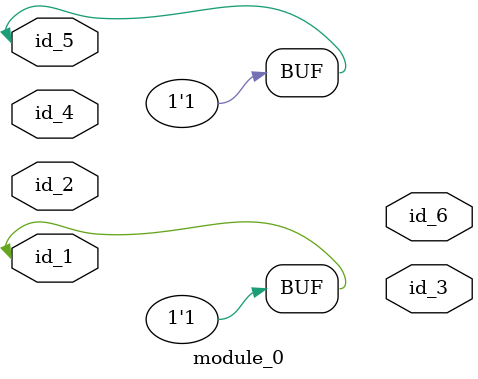
<source format=v>
module module_0 (
    id_1,
    id_2,
    id_3,
    id_4,
    id_5,
    id_6
);
  output id_6;
  inout id_5;
  input id_4;
  output id_3;
  input id_2;
  inout id_1;
  assign id_5 = id_1 ? 1 : 1;
  assign id_1 = 1;
endmodule

</source>
